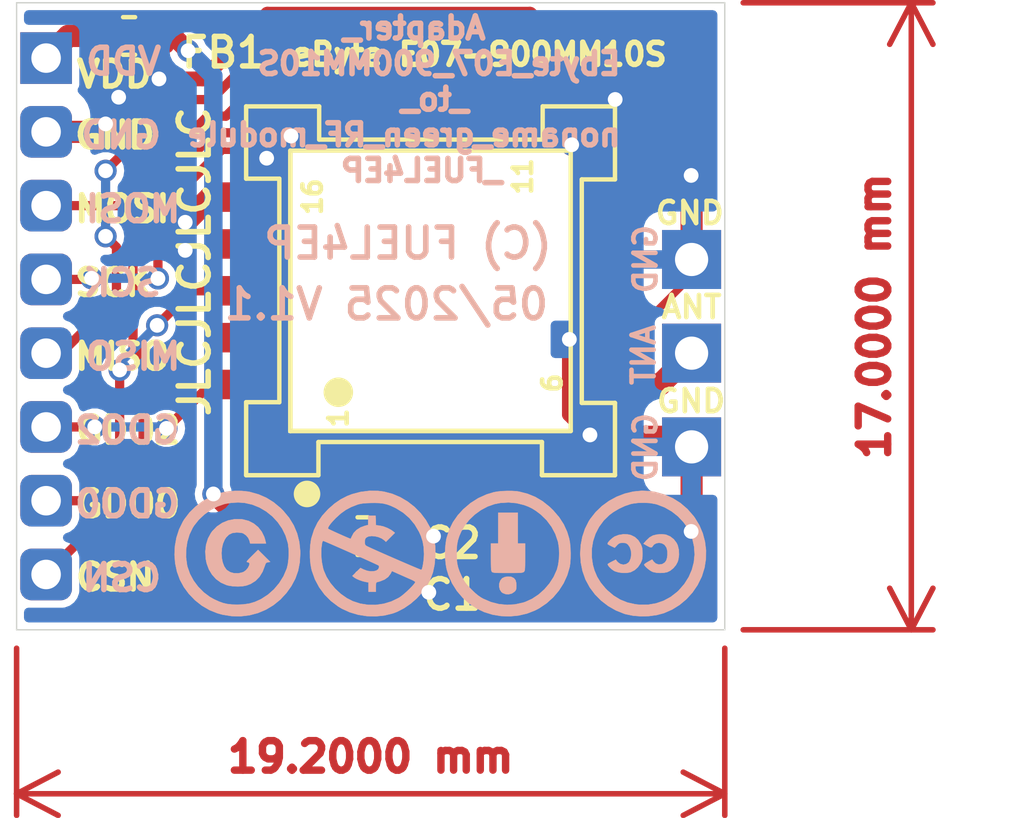
<source format=kicad_pcb>
(kicad_pcb (version 20240108) (generator "pcbnew") (generator_version "8.0")
  (title_block (title "Adapter_EByte_E07_900MM10S_to_noname_green_RF_module_FUEL4EP") (date "2025-05-07") (rev "1.1") (company "FUEL4EP"))
  (layers (0 "F.Cu" signal) (31 "B.Cu" signal) (34 "B.Paste" user) (35 "F.Paste" user) (36 "B.SilkS" user "B.Silkscreen") (37 "F.SilkS" user "F.Silkscreen") (38 "B.Mask" user) (39 "F.Mask" user) (44 "Edge.Cuts" user))
  (net 0 "")
  (net 1 "GND")
  (net 2 "/ANT")
  (net 6 "/SCK")
  (net 7 "/GDO0")
  (net 8 "/MOSI")
  (net 9 "/GDO2")
  (net 10 "/~{CS}")
  (net 11 "VDDA")
  (net 12 "/MISO{slash}GDO1")
  (net 13 "/VDD")
  (footprint "FUEL4EP:hole_Pitch2.00mm_Drill0.8mm" (layer "F.Cu") (at -0.2 -15.5)
    (property "Reference" "JC1" (hide yes))
    (property "Value" "Conn_01x01_Pin" (hide yes))
    (pad "1" thru_hole rect (at 1 0) (size 1.4 1.4) (drill 0.8) (property pad_prop_castellated) (layers "*.Cu" "*.Mask" "In1.Cu" "In2.Cu" "In3.Cu" "In4.Cu" "In5.Cu" "In6.Cu" "In7.Cu" "In8.Cu" "In9.Cu" "In10.Cu" "In11.Cu" "In12.Cu" "In13.Cu" "In14.Cu" "In15.Cu" "In16.Cu" "In17.Cu" "In18.Cu" "In19.Cu" "In20.Cu" "In21.Cu" "In22.Cu" "In23.Cu" "In24.Cu" "In25.Cu" "In26.Cu" "In27.Cu" "In28.Cu" "In29.Cu" "In30.Cu") (net 13 "/VDD"))
  )
  (footprint "FUEL4EP:hole_Pitch2.00mm_Drill0.8mm_rounded" (layer "F.Cu") (at -0.2 -7.5)
    (property "Reference" "JC5" (hide yes))
    (property "Value" "Conn_01x01_Pin" (hide yes))
    (pad "1" thru_hole roundrect (at 1 0) (size 1.4 1.4) (drill 0.8) (property pad_prop_castellated) (layers "*.Cu" "*.Mask" "In1.Cu" "In2.Cu" "In3.Cu" "In4.Cu" "In5.Cu" "In6.Cu" "In7.Cu" "In8.Cu" "In9.Cu" "In10.Cu" "In11.Cu" "In12.Cu" "In13.Cu" "In14.Cu" "In15.Cu" "In16.Cu" "In17.Cu" "In18.Cu" "In19.Cu" "In20.Cu" "In21.Cu" "In22.Cu" "In23.Cu" "In24.Cu" "In25.Cu" "In26.Cu" "In27.Cu" "In28.Cu" "In29.Cu" "In30.Cu") (roundrect_rratio 0.2142857143) (net 12 "/MISO{slash}GDO1"))
  )
  (footprint "Capacitor_SMD:C_0603_1608Metric" (layer "F.Cu") (at 9.385 -2.54)
    (property "Reference" "C2" (at 2.415 0.19 0) (layer "F.SilkS") (effects (font (size 0.8 0.8))))
    (property "Value" "100n")
    (pad "1" smd roundrect (at -0.775 0) (size 0.9 0.95) (layers "F.Cu" "F.Paste" "F.Mask") (net 11 "VDDA"))
    (pad "2" smd roundrect (at 0.775 0) (size 0.9 0.95) (layers "F.Cu" "F.Paste" "F.Mask") (net 1 "GND"))
  )
  (footprint "FUEL4EP:hole_Pitch2.54mm_Drill0.9mm" (layer "F.Cu") (at 18.3 -4.96 180)
    (property "Reference" "JA1" (hide yes))
    (property "Value" "GND" (hide yes))
    (pad "1" thru_hole rect (at 0 0 180) (size 1.6 1.6) (drill 0.9) (property pad_prop_castellated) (layers "*.Cu" "*.Mask" "In1.Cu" "In2.Cu" "In3.Cu" "In4.Cu" "In5.Cu" "In6.Cu" "In7.Cu" "In8.Cu" "In9.Cu" "In10.Cu" "In11.Cu" "In12.Cu" "In13.Cu" "In14.Cu" "In15.Cu" "In16.Cu" "In17.Cu" "In18.Cu" "In19.Cu" "In20.Cu" "In21.Cu" "In22.Cu" "In23.Cu" "In24.Cu" "In25.Cu" "In26.Cu" "In27.Cu" "In28.Cu" "In29.Cu" "In30.Cu") (net 1 "GND"))
  )
  (footprint "Inductor_SMD:L_0603_1608Metric" (layer "F.Cu") (at 3.05 -16.1)
    (property "Reference" "FB1" (at 2.5625 0.45 0) (layer "F.SilkS") (effects (font (size 0.8 0.8))))
    (property "Value" "FerriteBead" (hide yes))
    (pad "1" smd roundrect (at -0.7875 0) (size 0.875 0.95) (layers "F.Cu" "F.Paste" "F.Mask") (net 13 "/VDD"))
    (pad "2" smd roundrect (at 0.7875 0) (size 0.875 0.95) (layers "F.Cu" "F.Paste" "F.Mask") (net 11 "VDDA"))
  )
  (footprint "FUEL4EP:hole_Pitch2.00mm_Drill0.8mm_rounded" (layer "F.Cu") (at -0.2 -1.5)
    (property "Reference" "JC8" (hide yes))
    (property "Value" "Conn_01x01_Pin" (hide yes))
    (pad "1" thru_hole roundrect (at 1 0) (size 1.4 1.4) (drill 0.8) (property pad_prop_castellated) (layers "*.Cu" "*.Mask" "In1.Cu" "In2.Cu" "In3.Cu" "In4.Cu" "In5.Cu" "In6.Cu" "In7.Cu" "In8.Cu" "In9.Cu" "In10.Cu" "In11.Cu" "In12.Cu" "In13.Cu" "In14.Cu" "In15.Cu" "In16.Cu" "In17.Cu" "In18.Cu" "In19.Cu" "In20.Cu" "In21.Cu" "In22.Cu" "In23.Cu" "In24.Cu" "In25.Cu" "In26.Cu" "In27.Cu" "In28.Cu" "In29.Cu" "In30.Cu") (roundrect_rratio 0.2142857143) (net 10 "/~{CS}"))
  )
  (footprint "FUEL4EP:hole_Pitch2.54mm_Drill0.9mm" (layer "F.Cu") (at 18.3 -10.04)
    (property "Reference" "JA3" (hide yes))
    (property "Value" "GND" (hide yes))
    (pad "1" thru_hole rect (at 0 0) (size 1.6 1.6) (drill 0.9) (property pad_prop_castellated) (layers "*.Cu" "*.Mask" "In1.Cu" "In2.Cu" "In3.Cu" "In4.Cu" "In5.Cu" "In6.Cu" "In7.Cu" "In8.Cu" "In9.Cu" "In10.Cu" "In11.Cu" "In12.Cu" "In13.Cu" "In14.Cu" "In15.Cu" "In16.Cu" "In17.Cu" "In18.Cu" "In19.Cu" "In20.Cu" "In21.Cu" "In22.Cu" "In23.Cu" "In24.Cu" "In25.Cu" "In26.Cu" "In27.Cu" "In28.Cu" "In29.Cu" "In30.Cu") (net 1 "GND"))
  )
  (footprint "FUEL4EP:hole_Pitch2.54mm_Drill0.9mm" (layer "F.Cu") (at 18.3 -7.5 180)
    (property "Reference" "JA2" (hide yes))
    (property "Value" "Ant." (hide yes))
    (pad "1" thru_hole rect (at 0 0 180) (size 1.6 1.6) (drill 0.9) (property pad_prop_castellated) (layers "*.Cu" "*.Mask" "In1.Cu" "In2.Cu" "In3.Cu" "In4.Cu" "In5.Cu" "In6.Cu" "In7.Cu" "In8.Cu" "In9.Cu" "In10.Cu" "In11.Cu" "In12.Cu" "In13.Cu" "In14.Cu" "In15.Cu" "In16.Cu" "In17.Cu" "In18.Cu" "In19.Cu" "In20.Cu" "In21.Cu" "In22.Cu" "In23.Cu" "In24.Cu" "In25.Cu" "In26.Cu" "In27.Cu" "In28.Cu" "In29.Cu" "In30.Cu") (net 2 "/ANT"))
  )
  (footprint "FUEL4EP:CC-BY-ND-SA_bottom" (layer "F.Cu") (at 11.5 -2.05 180)
    (property "Reference" "LOGO1" (hide yes))
    (property "Value" "Logo_Open_Hardware_Small" (hide yes))
  )
  (footprint "FUEL4EP:hole_Pitch2.00mm_Drill0.8mm_rounded" (layer "F.Cu") (at -0.2 -5.5)
    (property "Reference" "JC6" (hide yes))
    (property "Value" "Conn_01x01_Pin" (hide yes))
    (pad "1" thru_hole roundrect (at 1 0) (size 1.4 1.4) (drill 0.8) (property pad_prop_castellated) (layers "*.Cu" "*.Mask" "In1.Cu" "In2.Cu" "In3.Cu" "In4.Cu" "In5.Cu" "In6.Cu" "In7.Cu" "In8.Cu" "In9.Cu" "In10.Cu" "In11.Cu" "In12.Cu" "In13.Cu" "In14.Cu" "In15.Cu" "In16.Cu" "In17.Cu" "In18.Cu" "In19.Cu" "In20.Cu" "In21.Cu" "In22.Cu" "In23.Cu" "In24.Cu" "In25.Cu" "In26.Cu" "In27.Cu" "In28.Cu" "In29.Cu" "In30.Cu") (roundrect_rratio 0.2142857143) (net 9 "/GDO2"))
  )
  (footprint "Capacitor_SMD:C_0603_1608Metric" (layer "F.Cu") (at 9.385 -1.016)
    (property "Reference" "C1" (at 2.415 0.066 0) (layer "F.SilkS") (effects (font (size 0.8 0.8))))
    (property "Value" "10u")
    (pad "1" smd roundrect (at -0.775 0) (size 0.9 0.95) (layers "F.Cu" "F.Paste" "F.Mask") (net 11 "VDDA"))
    (pad "2" smd roundrect (at 0.775 0) (size 0.9 0.95) (layers "F.Cu" "F.Paste" "F.Mask") (net 1 "GND"))
  )
  (footprint "FUEL4EP:hole_Pitch2.00mm_Drill0.8mm_rounded" (layer "F.Cu") (at -0.2 -11.5)
    (property "Reference" "JC3" (hide yes))
    (property "Value" "Conn_01x01_Pin" (hide yes))
    (pad "1" thru_hole roundrect (at 1 0) (size 1.4 1.4) (drill 0.8) (property pad_prop_castellated) (layers "*.Cu" "*.Mask" "In1.Cu" "In2.Cu" "In3.Cu" "In4.Cu" "In5.Cu" "In6.Cu" "In7.Cu" "In8.Cu" "In9.Cu" "In10.Cu" "In11.Cu" "In12.Cu" "In13.Cu" "In14.Cu" "In15.Cu" "In16.Cu" "In17.Cu" "In18.Cu" "In19.Cu" "In20.Cu" "In21.Cu" "In22.Cu" "In23.Cu" "In24.Cu" "In25.Cu" "In26.Cu" "In27.Cu" "In28.Cu" "In29.Cu" "In30.Cu") (roundrect_rratio 0.2142857143) (net 8 "/MOSI"))
  )
  (footprint "FUEL4EP:hole_Pitch2.00mm_Drill0.8mm_rounded" (layer "F.Cu") (at -0.2 -13.5)
    (property "Reference" "JC2" (hide yes))
    (property "Value" "Conn_01x01_Pin" (hide yes))
    (pad "1" thru_hole roundrect (at 1 0) (size 1.4 1.4) (drill 0.8) (property pad_prop_castellated) (layers "*.Cu" "*.Mask" "In1.Cu" "In2.Cu" "In3.Cu" "In4.Cu" "In5.Cu" "In6.Cu" "In7.Cu" "In8.Cu" "In9.Cu" "In10.Cu" "In11.Cu" "In12.Cu" "In13.Cu" "In14.Cu" "In15.Cu" "In16.Cu" "In17.Cu" "In18.Cu" "In19.Cu" "In20.Cu" "In21.Cu" "In22.Cu" "In23.Cu" "In24.Cu" "In25.Cu" "In26.Cu" "In27.Cu" "In28.Cu" "In29.Cu" "In30.Cu") (roundrect_rratio 0.2142857143) (net 1 "GND"))
  )
  (footprint "FUEL4EP:eByte_E07-900MM10S" (layer "F.Cu") (at 6.223 -4.191 90)
    (property "Reference" "Module1" (hide yes))
    (property "Value" "E07-900MM10S")
    (fp_text user "eByte E07-900MM10S" (at 11.409 6.327 180) (layer "F.SilkS") (effects (font (size 0.6 0.6))))
    (fp_text user "1" (at 1.55 2.5 90) (layer "F.SilkS") (effects (font (size 0.5 0.5) (thickness 0.125))))
    (fp_text user "16" (at 7.55 1.8 90) (layer "F.SilkS") (effects (font (size 0.5 0.5) (thickness 0.125))))
    (fp_text user "11" (at 8.1 7.5 90) (layer "F.SilkS") (effects (font (size 0.5 0.5) (thickness 0.125))))
    (fp_text user "6" (at 2.5 8.3 90) (layer "F.SilkS") (effects (font (size 0.5 0.5) (thickness 0.125))))
    (pad "1A" smd rect (at 10 2.46 270) (size 1.5 0.8) (layers "F.Cu" "F.Paste" "F.Mask") (net 6 "/SCK"))
    (pad "1B" smd rect (at 2.46 10 180) (size 1.5 0.8) (layers "F.Cu" "F.Paste" "F.Mask") (net 2 "/ANT"))
    (pad "1C" smd rect (at 0 2.46 90) (size 1.5 0.8) (layers "F.Cu" "F.Paste" "F.Mask") (net 11 "VDDA"))
    (pad "1D" smd rect (at 2.46 0) (size 1.5 0.8) (layers "F.Cu" "F.Paste" "F.Mask") (net 9 "/GDO2"))
    (pad "2A" smd rect (at 10 3.73 270) (size 1.5 0.8) (layers "F.Cu" "F.Paste" "F.Mask") (net 10 "/~{CS}"))
    (pad "2B" smd rect (at 3.73 10 180) (size 1.5 0.8) (layers "F.Cu" "F.Paste" "F.Mask") (net 1 "GND"))
    (pad "2C" smd rect (at 0 3.73 90) (size 1.5 0.8) (layers "F.Cu" "F.Paste" "F.Mask") (net 1 "GND"))
    (pad "2D" smd rect (at 3.73 0) (size 1.5 0.8) (layers "F.Cu" "F.Paste" "F.Mask"))
    (pad "3A" smd rect (at 10 5 270) (size 1.5 0.8) (layers "F.Cu" "F.Paste" "F.Mask") (net 8 "/MOSI"))
    (pad "3B" smd rect (at 5 10 180) (size 1.5 0.8) (layers "F.Cu" "F.Paste" "F.Mask"))
    (pad "3C" smd rect (at 0 5 90) (size 1.5 0.8) (layers "F.Cu" "F.Paste" "F.Mask"))
    (pad "3D" smd rect (at 5 0) (size 1.5 0.8) (layers "F.Cu" "F.Paste" "F.Mask") (net 7 "/GDO0"))
    (pad "4A" smd rect (at 10 6.27 270) (size 1.5 0.8) (layers "F.Cu" "F.Paste" "F.Mask") (net 12 "/MISO{slash}GDO1"))
    (pad "4B" smd rect (at 6.27 10 180) (size 1.5 0.8) (layers "F.Cu" "F.Paste" "F.Mask"))
    (pad "4C" smd rect (at 0 6.27 90) (size 1.5 0.8) (layers "F.Cu" "F.Paste" "F.Mask"))
    (pad "4D" smd rect (at 6.27 0) (size 1.5 0.8) (layers "F.Cu" "F.Paste" "F.Mask"))
    (pad "5A" smd rect (at 10 7.54 270) (size 1.5 0.8) (layers "F.Cu" "F.Paste" "F.Mask"))
    (pad "5B" smd rect (at 7.54 10 180) (size 1.5 0.8) (layers "F.Cu" "F.Paste" "F.Mask"))
    (pad "5C" smd rect (at 0 7.54 90) (size 1.5 0.8) (layers "F.Cu" "F.Paste" "F.Mask"))
    (pad "5D" smd rect (at 7.54 0) (size 1.5 0.8) (layers "F.Cu" "F.Paste" "F.Mask") (net 1 "GND"))
  )
  (footprint "FUEL4EP:hole_Pitch2.00mm_Drill0.8mm_rounded" (layer "F.Cu") (at -0.2 -9.5)
    (property "Reference" "JC4" (hide yes))
    (property "Value" "Conn_01x01_Pin" (hide yes))
    (pad "1" thru_hole roundrect (at 1 0) (size 1.4 1.4) (drill 0.8) (property pad_prop_castellated) (layers "*.Cu" "*.Mask" "In1.Cu" "In2.Cu" "In3.Cu" "In4.Cu" "In5.Cu" "In6.Cu" "In7.Cu" "In8.Cu" "In9.Cu" "In10.Cu" "In11.Cu" "In12.Cu" "In13.Cu" "In14.Cu" "In15.Cu" "In16.Cu" "In17.Cu" "In18.Cu" "In19.Cu" "In20.Cu" "In21.Cu" "In22.Cu" "In23.Cu" "In24.Cu" "In25.Cu" "In26.Cu" "In27.Cu" "In28.Cu" "In29.Cu" "In30.Cu") (roundrect_rratio 0.2142857143) (net 6 "/SCK"))
  )
  (footprint "FUEL4EP:hole_Pitch2.00mm_Drill0.8mm_rounded" (layer "F.Cu") (at -0.2 -3.5)
    (property "Reference" "JC7" (hide yes))
    (property "Value" "Conn_01x01_Pin" (hide yes))
    (pad "1" thru_hole roundrect (at 1 0) (size 1.4 1.4) (drill 0.8) (property pad_prop_castellated) (layers "*.Cu" "*.Mask" "In1.Cu" "In2.Cu" "In3.Cu" "In4.Cu" "In5.Cu" "In6.Cu" "In7.Cu" "In8.Cu" "In9.Cu" "In10.Cu" "In11.Cu" "In12.Cu" "In13.Cu" "In14.Cu" "In15.Cu" "In16.Cu" "In17.Cu" "In18.Cu" "In19.Cu" "In20.Cu" "In21.Cu" "In22.Cu" "In23.Cu" "In24.Cu" "In25.Cu" "In26.Cu" "In27.Cu" "In28.Cu" "In29.Cu" "In30.Cu") (roundrect_rratio 0.2142857143) (net 7 "/GDO0"))
  )
  (gr_circle (center 7.874 -3.683) (end 8.157981 -3.683) (stroke (width 0.1524)) (fill solid) (layer "F.SilkS"))
  (gr_line (start 0 0) (end 0 -17) (stroke (width 0.0381)) (layer "Edge.Cuts"))
  (gr_line (start 19.2 -17) (end 19.2 0) (stroke (width 0.0381)) (layer "Edge.Cuts"))
  (gr_line (start 0 -17) (end 19.2 -17) (stroke (width 0.0381)) (layer "Edge.Cuts"))
  (gr_line (start 0 0) (end 19.2 0) (stroke (width 0.0381)) (layer "Edge.Cuts"))
  (gr_text "GND" (at 4 -13 -0) (layer "B.SilkS") (effects (font (size 0.7 0.7) (thickness 0.1524) (bold yes)) (justify left bottom mirror)))
  (gr_text "CSN" (at 4 -1 -0) (layer "B.SilkS") (effects (font (size 0.7 0.7) (thickness 0.1524) (bold yes)) (justify left bottom mirror)))
  (gr_text "GDO0\n" (at 4.5 -3 -0) (layer "B.SilkS") (effects (font (size 0.7 0.7) (thickness 0.1524) (bold yes)) (justify left bottom mirror)))
  (gr_text "VDD\n" (at 4 -15 -0) (layer "B.SilkS") (effects (font (size 0.7 0.7) (thickness 0.1524) (bold yes)) (justify left bottom mirror)))
  (gr_text "GDO2" (at 4.5 -5 -0) (layer "B.SilkS") (effects (font (size 0.7 0.7) (thickness 0.1524) (bold yes)) (justify left bottom mirror)))
  (gr_text "ANT" (at 17 -7.45 90) (layer "B.SilkS") (effects (font (size 0.6 0.6) (thickness 0.125)) (justify mirror)))
  (gr_text "SCK" (at 4 -9 -0) (layer "B.SilkS") (effects (font (size 0.7 0.7) (thickness 0.1524) (bold yes)) (justify left bottom mirror)))
  (gr_text "MOSI\n" (at 4.524 -11 -0) (layer "B.SilkS") (effects (font (size 0.7 0.7) (thickness 0.1524) (bold yes)) (justify left bottom mirror)))
  (gr_text "GND" (at 17.05 -4.95 90) (layer "B.SilkS") (effects (font (size 0.6 0.6) (thickness 0.125)) (justify mirror)))
  (gr_text "(C) FUEL4EP" (at 14.6 -10 0) (layer "B.SilkS") (effects (font (size 0.8128 0.8128) (thickness 0.1524) (bold yes)) (justify left bottom mirror)))
  (gr_text "MISO" (at 4.524 -7 -0) (layer "B.SilkS") (effects (font (size 0.7 0.7) (thickness 0.1524) (bold yes)) (justify left bottom mirror)))
  (gr_text "05/2025 V1.1" (at 14.5 -8.35 0) (layer "B.SilkS") (effects (font (size 0.8128 0.8128) (thickness 0.1524) (bold yes)) (justify left bottom mirror)))
  (gr_text "GND" (at 17.05 -10.05 90) (layer "B.SilkS") (effects (font (size 0.6 0.6) (thickness 0.125)) (justify mirror)))
  (gr_text "        Adapter_\nEbyte_E07_900MM10S\n         _to_\nnoname_green_RF_module\n       _FUEL4EP\n" (at 16.45 -12.1 0) (layer "B.SilkS") (effects (font (size 0.6 0.6) (thickness 0.15) (bold yes)) (justify left bottom mirror)))
  (gr_text "CSN" (at 1.524 -1.016 0) (layer "F.SilkS") (effects (font (size 0.7 0.7) (thickness 0.1524) (bold yes)) (justify left bottom)))
  (gr_text "ANT" (at 18.3 -8.75 0) (layer "F.SilkS") (effects (font (size 0.6 0.6) (thickness 0.125))))
  (gr_text "GDO0\n" (at 1.524 -3 0) (layer "F.SilkS") (effects (font (size 0.7 0.7) (thickness 0.1524) (bold yes)) (justify left bottom)))
  (gr_text "JLCJLCJLCJLC" (at 5.3 -5.7 90) (layer "F.SilkS") (effects (font (size 0.8128 0.8128) (thickness 0.1524) (bold yes)) (justify left bottom)))
  (gr_text "SCK" (at 1.5 -9 0) (layer "F.SilkS") (effects (font (size 0.7 0.7) (thickness 0.1524) (bold yes)) (justify left bottom)))
  (gr_text "GND" (at 18.288 -6.2 0) (layer "F.SilkS") (effects (font (size 0.6 0.6) (thickness 0.125))))
  (gr_text "GDO2" (at 1.524 -5 0) (layer "F.SilkS") (effects (font (size 0.7 0.7) (thickness 0.1524) (bold yes)) (justify left bottom)))
  (gr_text "VDD\n" (at 1.55 -14.65 0) (layer "F.SilkS") (effects (font (size 0.7 0.7) (thickness 0.1524) (bold yes)) (justify left bottom)))
  (gr_text "MOSI\n" (at 1.5 -11 0) (layer "F.SilkS") (effects (font (size 0.7 0.7) (thickness 0.1524) (bold yes)) (justify left bottom)))
  (gr_text "GND" (at 1.5 -13 0) (layer "F.SilkS") (effects (font (size 0.7 0.7) (thickness 0.1524) (bold yes)) (justify left bottom)))
  (gr_text "MISO" (at 1.5 -7 0) (layer "F.SilkS") (effects (font (size 0.7 0.7) (thickness 0.1524) (bold yes)) (justify left bottom)))
  (gr_text "GND" (at 18.25 -11.3 0) (layer "F.SilkS") (effects (font (size 0.6 0.6) (thickness 0.125))))
  (dimension (type aligned) (layer "F.Cu") (pts (xy 0 0) (xy 19.2 0)) (height 4.445) (gr_text "19.2000 mm" (at 9.6 3.445 0) (layer "F.Cu") (effects (font (size 0.8 0.8) (thickness 0.3048)))) (format (prefix "") (suffix "") (units 3) (units_format 1) (precision 4)) (style (thickness 0.15) (arrow_length 1.27) (text_position_mode 0) (extension_height 0.58642) (extension_offset 0.5) keep_text_aligned))
  (dimension (type aligned) (layer "F.Cu") (pts (xy 19.2 0) (xy 19.2 -17)) (height 5.057) (gr_text "17.0000 mm" (at 23.257 -8.5 90) (layer "F.Cu") (effects (font (size 0.8 0.8) (thickness 0.3048)))) (format (prefix "") (suffix "") (units 3) (units_format 1) (precision 4)) (style (thickness 0.15) (arrow_length 1.27) (text_position_mode 0) (extension_height 0.58642) (extension_offset 0.5) keep_text_aligned))
  (segment (start 3.365251 -14.439651) (end 3.8608 -14.9352) (width 0.5) (layer "F.Cu") (net 1))
  (segment (start 16.637 -1.016) (end 14.732 -1.016) (width 0.6) (layer "F.Cu") (net 1))
  (segment (start 14.986 -7.874) (end 14.986 -5.842) (width 0.4) (layer "F.Cu") (net 1))
  (segment (start 16.2285 -14.3785) (end 15.05 -13.2) (width 0.6) (layer "F.Cu") (net 1))
  (segment (start 16.223 -7.921) (end 15.033 -7.921) (width 0.6) (layer "F.Cu") (net 1))
  (segment (start 6.223 -11.731) (end 6.223 -12.229185) (width 0.6) (layer "F.Cu") (net 1))
  (segment (start 6.840098 -12.785502) (end 6.779317 -12.785502) (width 0.6) (layer "F.Cu") (net 1))
  (segment (start 6.223 -11.731) (end 5.254 -11.731) (width 0.6) (layer "F.Cu") (net 1))
  (segment (start 15.5448 -5.2832) (end 17.9768 -5.2832) (width 0.5) (layer "F.Cu") (net 1))
  (segment (start 18.288 -2.667) (end 16.637 -1.016) (width 0.6) (layer "F.Cu") (net 1))
  (segment (start 15.033 -7.921) (end 14.986 -7.874) (width 0.6) (layer "F.Cu") (net 1))
  (segment (start 10.16 -2.54) (end 11.303 -2.54) (width 0.6) (layer "F.Cu") (net 1))
  (segment (start 2.413 -13.716) (end 2.413 -14.085837) (width 0.6) (layer "F.Cu") (net 1))
  (segment (start 16.2285 -14.3785) (end 13.916 -16.691) (width 0.4) (layer "F.Cu") (net 1))
  (segment (start 5.045861 -14.9352) (end 3.8608 -14.9352) (width 0.4) (layer "F.Cu") (net 1))
  (segment (start 18.288 -12.319) (end 16.2285 -14.3785) (width 0.4) (layer "F.Cu") (net 1))
  (segment (start 16.63 -7.921) (end 18.3 -9.591) (width 0.2) (layer "F.Cu") (net 1))
  (segment (start 14.732 -4.4704) (end 15.5448 -5.2832) (width 0.5) (layer "F.Cu") (net 1))
  (segment (start 14.732 -1.016) (end 11.176 -1.016) (width 0.6) (layer "F.Cu") (net 1))
  (segment (start 14.986 -5.842) (end 15.5448 -5.2832) (width 0.4) (layer "F.Cu") (net 1))
  (segment (start 4.572 -11.049) (end 4.572 -10.287) (width 0.6) (layer "F.Cu") (net 1))
  (segment (start 2.197 -13.5) (end 2.413 -13.716) (width 0.6) (layer "F.Cu") (net 1))
  (segment (start 10.16 -2.54) (end 10.16 -1.016) (width 0.5) (layer "F.Cu") (net 1))
  (segment (start 14.732 -1.016) (end 14.732 -4.4704) (width 0.5) (layer "F.Cu") (net 1))
  (segment (start 13.916 -16.691) (end 6.801661 -16.691) (width 0.4) (layer "F.Cu") (net 1))
  (segment (start 9.953 -2.747) (end 10.16 -2.54) (width 0.5) (layer "F.Cu") (net 1))
  (segment (start 6.223 -12.229185) (end 6.779317 -12.785502) (width 0.6) (layer "F.Cu") (net 1))
  (segment (start 9.953 -4.191) (end 9.953 -2.747) (width 0.5) (layer "F.Cu") (net 1))
  (segment (start 18.3 -10.4) (end 18.3 -12.307) (width 0.6) (layer "F.Cu") (net 1))
  (segment (start 0.8 -13.5) (end 2.197 -13.5) (width 0.6) (layer "F.Cu") (net 1))
  (segment (start 18.3 -12.307) (end 18.288 -12.319) (width 0.6) (layer "F.Cu") (net 1))
  (segment (start 15.05 -13.2) (end 15.05 -13.15) (width 0.6) (layer "F.Cu") (net 1))
  (segment (start 6.801661 -16.691) (end 5.045861 -14.9352) (width 0.4) (layer "F.Cu") (net 1))
  (segment (start 18.3 -2.679) (end 18.288 -2.667) (width 0.6) (layer "F.Cu") (net 1))
  (segment (start 18.3 -4.96) (end 18.3 -2.679) (width 0.6) (layer "F.Cu") (net 1))
  (segment (start 10.16 -1.016) (end 11.176 -1.016) (width 0.6) (layer "F.Cu") (net 1))
  (segment (start 5.254 -11.731) (end 4.572 -11.049) (width 0.6) (layer "F.Cu") (net 1))
  (segment (start 7.441298 -13.386702) (end 6.840098 -12.785502) (width 0.6) (layer "F.Cu") (net 1))
  (segment (start 2.413 -14.085837) (end 2.766814 -14.439651) (width 0.6) (layer "F.Cu") (net 1))
  (segment (start 2.766814 -14.439651) (end 3.365251 -14.439651) (width 0.5) (layer "F.Cu") (net 1))
  (via (at 18.288 -12.319) (size 0.6) (drill 0.4) (layers "F.Cu" "B.Cu") (net 1))
  (via (at 4.572 -11.049) (size 0.6) (drill 0.4) (layers "F.Cu" "B.Cu") (net 1))
  (via (at 15.05 -13.15) (size 0.6) (drill 0.4) (layers "F.Cu" "B.Cu") (net 1))
  (via (at 11.303 -2.54) (size 0.6) (drill 0.4) (layers "F.Cu" "B.Cu") (net 1))
  (via (at 6.779317 -12.785502) (size 0.6) (drill 0.4) (layers "F.Cu" "B.Cu") (net 1))
  (via (at 15.5448 -5.2832) (size 0.6) (drill 0.4) (layers "F.Cu" "B.Cu") (net 1))
  (via (at 11.176 -1.016) (size 0.6) (drill 0.4) (layers "F.Cu" "B.Cu") (net 1))
  (via (at 4.572 -10.287) (size 0.6) (drill 0.4) (layers "F.Cu" "B.Cu") (net 1))
  (via (at 2.766814 -14.439651) (size 0.6) (drill 0.4) (layers "F.Cu" "B.Cu") (net 1))
  (via (at 18.288 -2.667) (size 0.6) (drill 0.4) (layers "F.Cu" "B.Cu") (net 1))
  (via (at 2.413 -13.716) (size 0.6) (drill 0.4) (layers "F.Cu" "B.Cu") (net 1))
  (via (at 3.8608 -14.9352) (size 0.6) (drill 0.4) (layers "F.Cu" "B.Cu") (net 1))
  (via (at 14.986 -7.874) (size 0.6) (drill 0.4) (layers "F.Cu" "B.Cu") (net 1))
  (via (at 16.2285 -14.3785) (size 0.6) (drill 0.4) (layers "F.Cu" "B.Cu") (net 1))
  (via (at 7.441298 -13.386702) (size 0.6) (drill 0.4) (layers "F.Cu" "B.Cu") (net 1))
  (segment (start 17.451 -6.651) (end 18.3 -7.5) (width 0.6) (layer "F.Cu") (net 2))
  (segment (start 16.223 -6.651) (end 17.451 -6.651) (width 0.6) (layer "F.Cu") (net 2))
  (segment (start 7.291 -14.191) (end 6.125 -13.025) (width 0.25) (layer "F.Cu") (net 6))
  (segment (start 6.125 -13.025) (end 5.575 -13.025) (width 0.25) (layer "F.Cu") (net 6))
  (segment (start 2.000702 -9.5) (end 2.032 -9.531298) (width 0.25) (layer "F.Cu") (net 6))
  (segment (start 5.575 -13.025) (end 3.832 -11.282) (width 0.25) (layer "F.Cu") (net 6))
  (segment (start 3.832 -11.282) (end 3.832 -9.525) (width 0.25) (layer "F.Cu") (net 6))
  (segment (start 0.8 -9.5) (end 2.000702 -9.5) (width 0.25) (layer "F.Cu") (net 6))
  (segment (start 8.683 -14.191) (end 7.291 -14.191) (width 0.25) (layer "F.Cu") (net 6))
  (via (at 3.832 -9.525) (size 0.6) (drill 0.4) (layers "F.Cu" "B.Cu") (net 6))
  (via (at 2.032 -9.531298) (size 0.6) (drill 0.4) (layers "F.Cu" "B.Cu") (net 6))
  (segment (start 3.825702 -9.531298) (end 3.832 -9.525) (width 0.25) (layer "B.Cu") (net 6))
  (segment (start 2.032 -9.531298) (end 3.825702 -9.531298) (width 0.25) (layer "B.Cu") (net 6))
  (segment (start 1.849 -3.5) (end 2.794 -4.445) (width 0.25) (layer "F.Cu") (net 7))
  (segment (start 0.8 -3.5) (end 1.849 -3.5) (width 0.25) (layer "F.Cu") (net 7))
  (segment (start 2.794 -4.445) (end 2.794 -7.045015) (width 0.25) (layer "F.Cu") (net 7))
  (segment (start 6.223 -9.191) (end 4.745998 -9.191) (width 0.25) (layer "F.Cu") (net 7))
  (segment (start 4.745998 -9.191) (end 3.81 -8.255002) (width 0.25) (layer "F.Cu") (net 7))
  (via (at 3.81 -8.255002) (size 0.6) (drill 0.4) (layers "F.Cu" "B.Cu") (net 7))
  (via (at 2.794 -7.045015) (size 0.6) (drill 0.4) (layers "F.Cu" "B.Cu") (net 7))
  (segment (start 2.794 -7.045015) (end 2.794 -7.239002) (width 0.25) (layer "B.Cu") (net 7))
  (segment (start 2.794 -7.239002) (end 3.81 -8.255002) (width 0.25) (layer "B.Cu") (net 7))
  (segment (start 5.675 -13.925) (end 5.175 -13.925) (width 0.25) (layer "F.Cu") (net 8))
  (segment (start 10.048 -15.716) (end 7.466 -15.716) (width 0.25) (layer "F.Cu") (net 8))
  (segment (start 11.223 -14.541) (end 10.048 -15.716) (width 0.25) (layer "F.Cu") (net 8))
  (segment (start 5.175 -13.925) (end 2.75 -11.5) (width 0.25) (layer "F.Cu") (net 8))
  (segment (start 7.466 -15.716) (end 5.675 -13.925) (width 0.25) (layer "F.Cu") (net 8))
  (segment (start 2.75 -11.5) (end 0.8 -11.5) (width 0.25) (layer "F.Cu") (net 8))
  (segment (start 5.253996 -6.651) (end 4.063996 -5.461) (width 0.25) (layer "F.Cu") (net 9))
  (segment (start 6.223 -6.651) (end 5.253996 -6.651) (width 0.25) (layer "F.Cu") (net 9))
  (segment (start 0.8 -5.5) (end 2.119 -5.5) (width 0.25) (layer "F.Cu") (net 9))
  (via (at 4.063996 -5.461) (size 0.6) (drill 0.4) (layers "F.Cu" "B.Cu") (net 9))
  (via (at 2.119 -5.5) (size 0.6) (drill 0.4) (layers "F.Cu" "B.Cu") (net 9))
  (segment (start 4.024996 -5.5) (end 4.063996 -5.461) (width 0.25) (layer "B.Cu") (net 9))
  (segment (start 2.119 -5.5) (end 4.024996 -5.5) (width 0.25) (layer "B.Cu") (net 9))
  (segment (start 9.953 -14.541) (end 9.228 -15.266) (width 0.25) (layer "F.Cu") (net 10))
  (segment (start 5.925 -13.475) (end 5.375 -13.475) (width 0.25) (layer "F.Cu") (net 10))
  (segment (start 7.716 -15.266) (end 5.925 -13.475) (width 0.25) (layer "F.Cu") (net 10))
  (segment (start 3.429 -7.427405) (end 3.429 -4.129) (width 0.25) (layer "F.Cu") (net 10))
  (segment (start 3.429 -4.129) (end 0.8 -1.5) (width 0.25) (layer "F.Cu") (net 10))
  (segment (start 5.375 -13.475) (end 3.157 -11.257) (width 0.25) (layer "F.Cu") (net 10))
  (segment (start 9.228 -15.266) (end 7.716 -15.266) (width 0.25) (layer "F.Cu") (net 10))
  (segment (start 3.157 -11.257) (end 3.157 -7.699405) (width 0.25) (layer "F.Cu") (net 10))
  (segment (start 3.157 -7.699405) (end 3.429 -7.427405) (width 0.25) (layer "F.Cu") (net 10))
  (segment (start 6.477 -2.54) (end 5.334 -3.683) (width 0.5) (layer "F.Cu") (net 11))
  (segment (start 3.975 -16.1) (end 4.25 -16.1) (width 0.5) (layer "F.Cu") (net 11))
  (segment (start 8.61 -2.54) (end 8.61 -1.016) (width 0.5) (layer "F.Cu") (net 11))
  (segment (start 8.61 -2.54) (end 6.477 -2.54) (width 0.5) (layer "F.Cu") (net 11))
  (segment (start 4.25 -16.1) (end 4.65 -15.7) (width 0.5) (layer "F.Cu") (net 11))
  (segment (start 8.683 -4.191) (end 8.683 -2.613) (width 0.5) (layer "F.Cu") (net 11))
  (via (at 5.334 -3.683) (size 0.6) (drill 0.4) (layers "F.Cu" "B.Cu") (net 11))
  (via (at 4.65 -15.7) (size 0.6) (drill 0.4) (layers "F.Cu" "B.Cu") (net 11))
  (segment (start 5.334 -3.683) (end 5.334 -15.016) (width 0.5) (layer "B.Cu") (net 11))
  (segment (start 5.334 -15.016) (end 4.65 -15.7) (width 0.5) (layer "B.Cu") (net 11))
  (segment (start 4.342003 -14.375) (end 2.413001 -12.445998) (width 0.25) (layer "F.Cu") (net 12))
  (segment (start 2.707 -10.374006) (end 2.413006 -10.668) (width 0.25) (layer "F.Cu") (net 12))
  (segment (start 12.493 -14.541) (end 10.868 -16.166) (width 0.25) (layer "F.Cu") (net 12))
  (segment (start 7.069123 -16.166) (end 5.278123 -14.375) (width 0.25) (layer "F.Cu") (net 12))
  (segment (start 10.868 -16.166) (end 7.069123 -16.166) (width 0.25) (layer "F.Cu") (net 12))
  (segment (start 2.707 -8.996991) (end 2.707 -10.374006) (width 0.25) (layer "F.Cu") (net 12))
  (segment (start 1.210009 -7.5) (end 2.707 -8.996991) (width 0.25) (layer "F.Cu") (net 12))
  (segment (start 5.278123 -14.375) (end 4.342003 -14.375) (width 0.25) (layer "F.Cu") (net 12))
  (via (at 2.413001 -12.445998) (size 0.6) (drill 0.4) (layers "F.Cu" "B.Cu") (net 12))
  (via (at 2.413006 -10.668) (size 0.6) (drill 0.4) (layers "F.Cu" "B.Cu") (net 12))
  (segment (start 2.413006 -10.668) (end 2.413001 -10.668005) (width 0.25) (layer "B.Cu") (net 12))
  (segment (start 2.413001 -10.668005) (end 2.413001 -12.445998) (width 0.25) (layer "B.Cu") (net 12))
  (segment (start 1.4 -16.1) (end 0.8 -15.5) (width 0.6) (layer "F.Cu") (net 13))
  (segment (start 1.4 -16.1) (end 2.2625 -16.1) (width 0.6) (layer "F.Cu") (net 13))
  (zone (net 0) (net_name "") (layer "B.Cu") (connect_pads (clearance 0)) (min_thickness 0.25)
    (keepout (tracks allowed) (vias allowed) (pads allowed) (copperpour not_allowed) (footprints allowed))
    (fill (thermal_gap 0.5) (thermal_bridge_width 0.5))
    (polygon (pts (xy 14.986 -12.954) (xy 14.986 -8.382) (xy 14.478 -8.382) (xy 14.478 -7.366) (xy 14.986 -7.366) (xy 14.986 -5.334) (xy 7.366 -5.334) (xy 7.366 -12.954)))
  )
  (zone (net 1) (net_name "GND") (layer "B.Cu") (connect_pads (clearance 0)) (min_thickness 0.25) (fill yes (thermal_gap 0.5) (thermal_bridge_width 0.5))
    (polygon (pts (xy 0.2 -0.2) (xy 0.2 -16.8) (xy 19 -16.8) (xy 19 -0.2)))
  )
)
</source>
